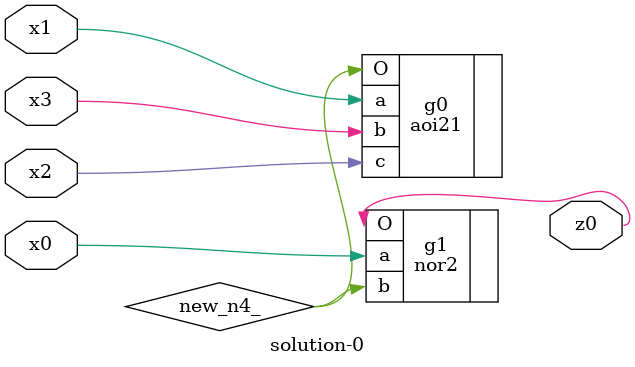
<source format=v>
module \solution-0 (
  x0, x1, x2, x3,
  z0 );
  input x0, x1, x2, x3;
  output z0;
  wire new_n4_;
  aoi21  g0(.a(x1), .b(x3), .c(x2), .O(new_n4_));
  nor2  g1(.a(x0), .b(new_n4_), .O(z0));
endmodule

</source>
